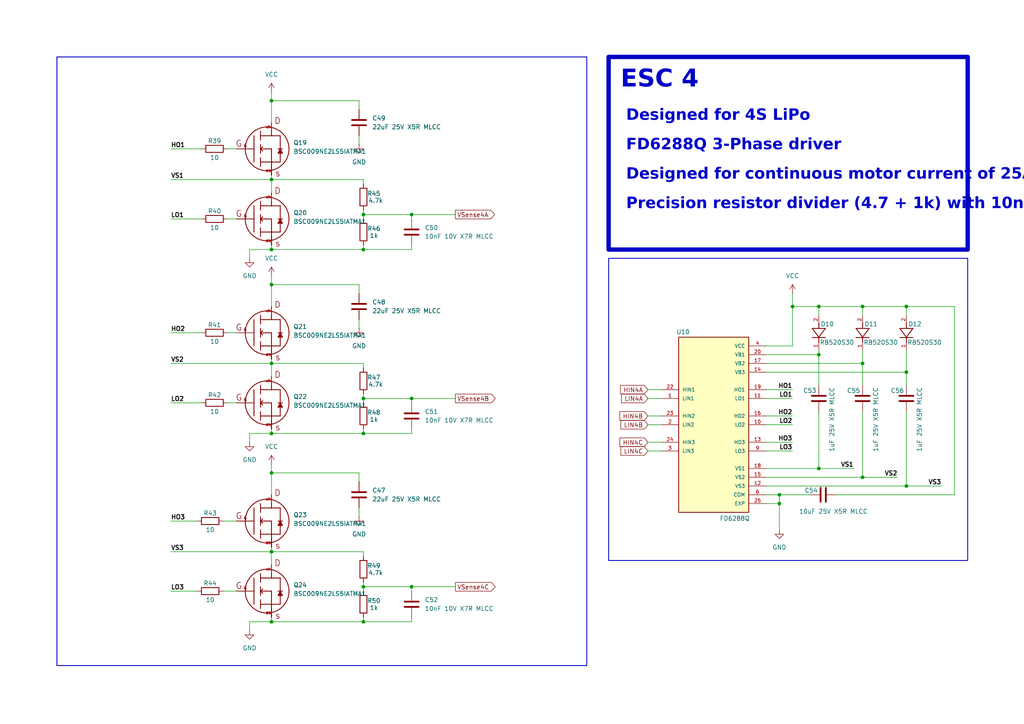
<source format=kicad_sch>
(kicad_sch (version 20250114) (generator "eeschema") (generator_version "9.0")
  (paper "A4")
  (lib_symbols
    (symbol "Device:C" (pin_numbers (hide yes)) (pin_names (offset 0.254))
      (property "Reference" "C" (at 0.635 2.54 0))
      (property "Value" "C" (at 0.635 -2.54 0))
      (symbol "C_0_1"
        (polyline (pts (xy -2.032 0.762) (xy 2.032 0.762)) (stroke (width 0.508)))
        (polyline (pts (xy -2.032 -0.762) (xy 2.032 -0.762)) (stroke (width 0.508)))
      )
      (symbol "C_1_1"
        (pin passive line (at 0 3.81 270) (length 2.794) (name "~") (number "1"))
        (pin passive line (at 0 -3.81 90) (length 2.794) (name "~") (number "2"))
      )
    )
    (symbol "Device:R" (pin_numbers (hide yes)) (pin_names (offset 0))
      (property "Reference" "R" (at 2.032 0 90))
      (property "Value" "R" (at 0 0 90))
      (symbol "R_0_1"
        (rectangle (start -1.016 -2.54) (end 1.016 2.54) (stroke (width 0.254)))
      )
      (symbol "R_1_1"
        (pin passive line (at 0 3.81 270) (length 1.27) (name "~") (number "1"))
        (pin passive line (at 0 -3.81 90) (length 1.27) (name "~") (number "2"))
      )
    )
    (symbol "Drone_components:BSC009NE2LS5IATMA1" (pin_names (offset 1.016))
      (property "Reference" "Q" (at -8.4364 10.4402 0))
      (property "Value" "BSC009NE2LS5IATMA1" (at -8.1775 -13.4343 0))
      (symbol "BSC009NE2LS5IATMA1_0_0"
        (polyline (pts (xy -2.54 3.81) (xy -2.54 -3.81)) (stroke (width 0.254)))
        (polyline (pts (xy -0.635 5.08) (xy -0.635 3.81)) (stroke (width 0.254)))
        (polyline (pts (xy -0.635 3.81) (xy -0.635 2.54)) (stroke (width 0.254)))
        (polyline (pts (xy -0.635 3.81) (xy 2.54 3.81)) (stroke (width 0.254)))
        (polyline (pts (xy -0.635 1.27) (xy -0.635 0)) (stroke (width 0.254)))
        (polyline (pts (xy -0.635 0) (xy -0.635 -1.27)) (stroke (width 0.254)))
        (polyline (pts (xy -0.635 0) (xy 0 0.635)) (stroke (width 0.254)))
        (polyline (pts (xy -0.635 0) (xy 0 -0.635)) (stroke (width 0.254)))
        (polyline (pts (xy -0.635 0) (xy 2.54 0)) (stroke (width 0.254)))
        (polyline (pts (xy -0.635 -2.54) (xy -0.635 -5.08)) (stroke (width 0.254)))
        (polyline (pts (xy -0.635 -3.81) (xy 5.08 -3.81)) (stroke (width 0.254)))
        (circle (center 1.27 0) (radius 6.35) (stroke (width 0.254)))
        (polyline (pts (xy 2.54 3.81) (xy 2.54 5.08)) (stroke (width 0.254)))
        (polyline (pts (xy 2.54 3.81) (xy 5.08 3.81)) (stroke (width 0.254)))
        (polyline (pts (xy 2.54 0) (xy 2.54 -5.08)) (stroke (width 0.254)))
        (polyline (pts (xy 4.445 0) (xy 5.08 0)) (stroke (width 0.254)))
        (polyline (pts (xy 4.445 -1.27) (xy 5.08 -1.27)) (stroke (width 0.254)))
        (polyline (pts (xy 4.628 -1.078) (xy 4.785 -0.921)) (stroke (width 0.254)))
        (polyline (pts (xy 4.785 -0.921) (xy 4.881 -0.921)) (stroke (width 0.254)))
        (polyline (pts (xy 4.866 -1.078) (xy 4.628 -1.078)) (stroke (width 0.254)))
        (polyline (pts (xy 4.894 -1.106) (xy 4.866 -1.078)) (stroke (width 0.254)))
        (polyline (pts (xy 4.908 -0.553) (xy 4.908 -1.092)) (stroke (width 0.254)))
        (polyline (pts (xy 4.908 -1.092) (xy 4.894 -1.106)) (stroke (width 0.254)))
        (polyline (pts (xy 4.976 -0.621) (xy 4.908 -0.553)) (stroke (width 0.254)))
        (polyline (pts (xy 5.08 3.81) (xy 5.08 0)) (stroke (width 0.254)))
        (polyline (pts (xy 5.08 0) (xy 4.445 -1.27)) (stroke (width 0.254)))
        (polyline (pts (xy 5.08 0) (xy 5.715 0)) (stroke (width 0.254)))
        (polyline (pts (xy 5.08 -1.27) (xy 5.715 -1.27)) (stroke (width 0.254)))
        (polyline (pts (xy 5.08 -3.81) (xy 5.08 -1.27)) (stroke (width 0.254)))
        (polyline (pts (xy 5.086 -0.328) (xy 5.086 -1.12)) (stroke (width 0.254)))
        (polyline (pts (xy 5.086 -1.12) (xy 5.099 -1.133)) (stroke (width 0.254)))
        (polyline (pts (xy 5.099 -1.133) (xy 5.502 -1.133)) (stroke (width 0.254)))
        (polyline (pts (xy 5.215 -0.628) (xy 5.222 -0.621)) (stroke (width 0.254)))
        (polyline (pts (xy 5.215 -0.819) (xy 5.215 -0.628)) (stroke (width 0.254)))
        (polyline (pts (xy 5.222 -0.621) (xy 4.976 -0.621)) (stroke (width 0.254)))
        (polyline (pts (xy 5.502 -1.106) (xy 5.215 -0.819)) (stroke (width 0.254)))
        (polyline (pts (xy 5.502 -1.133) (xy 5.502 -1.106)) (stroke (width 0.254)))
        (polyline (pts (xy 5.715 -1.27) (xy 5.08 0)) (stroke (width 0.254)))
        (text "G" (at -7.8948 0.5093 0) (effects (font (size 1.7827 1.7827)) (justify left bottom)))
        (text "D" (at 3.3087 7.1265 0) (effects (font (size 1.7816 1.7816)) (justify left bottom)))
        (text "s" (at 3.559 -8.1349 0) (effects (font (size 1.7795 1.7795)) (justify left bottom)))
        (pin passive line (at -7.62 0 0) (length 5.08) (name "~") (number "4"))
        (pin passive line (at 2.54 7.62 270) (length 2.54) (name "~") (number "5"))
        (pin passive line (at 2.54 -7.62 90) (length 2.54) (name "~") (number "1"))
        (pin passive line (at 2.54 -7.62 90) (length 2.54) (name "~") (number "2"))
        (pin passive line (at 2.54 -7.62 90) (length 2.54) (name "~") (number "3"))
      )
    )
    (symbol "Drone_components:FD6288Q" (pin_names (offset 1.016))
      (property "Reference" "U" (at -10.16 26.035 0))
      (property "Value" "FD6288Q" (at -10.16 -27.94 0))
      (symbol "FD6288Q_0_0"
        (rectangle (start -10.16 -25.4) (end 10.16 25.4) (stroke (width 0.254)) (fill (type background)))
        (pin input line (at -15.24 10.16 0) (length 5.08) (name "HIN1") (number "22"))
        (pin input line (at -15.24 7.62 0) (length 5.08) (name "LIN1") (number "1"))
        (pin input line (at -15.24 2.54 0) (length 5.08) (name "HIN2") (number "23"))
        (pin input line (at -15.24 0 0) (length 5.08) (name "LIN2") (number "2"))
        (pin input line (at -15.24 -5.08 0) (length 5.08) (name "HIN3") (number "24"))
        (pin input line (at -15.24 -7.62 0) (length 5.08) (name "LIN3") (number "3"))
        (pin power_in line (at 15.24 22.86 180) (length 5.08) (name "VCC") (number "4"))
        (pin power_in line (at 15.24 20.32 180) (length 5.08) (name "VB1") (number "20"))
        (pin power_in line (at 15.24 17.78 180) (length 5.08) (name "VB2") (number "17"))
        (pin power_in line (at 15.24 15.24 180) (length 5.08) (name "VB3") (number "14"))
        (pin output line (at 15.24 10.16 180) (length 5.08) (name "HO1") (number "19"))
        (pin output line (at 15.24 7.62 180) (length 5.08) (name "LO1") (number "11"))
        (pin output line (at 15.24 2.54 180) (length 5.08) (name "HO2") (number "16"))
        (pin output line (at 15.24 0 180) (length 5.08) (name "LO2") (number "10"))
        (pin output line (at 15.24 -5.08 180) (length 5.08) (name "HO3") (number "13"))
        (pin output line (at 15.24 -7.62 180) (length 5.08) (name "LO3") (number "9"))
        (pin power_in line (at 15.24 -12.7 180) (length 5.08) (name "VS1") (number "18"))
        (pin power_in line (at 15.24 -15.24 180) (length 5.08) (name "VS2") (number "15"))
        (pin power_in line (at 15.24 -17.78 180) (length 5.08) (name "VS3") (number "12"))
        (pin power_in line (at 15.24 -20.32 180) (length 5.08) (name "COM") (number "6"))
        (pin power_in line (at 15.24 -22.86 180) (length 5.08) (name "EXP") (number "25"))
      )
    )
    (symbol "Drone_components:RB520S30" (pin_names (offset 1.016))
      (property "Reference" "D" (at -2.541 2.541 0))
      (property "Value" "RB520S30" (at -2.544 -5.0881 0))
      (symbol "RB520S30_0_0"
        (polyline (pts (xy -1.397 0) (xy -2.794 0)) (stroke (width 0.254)))
        (polyline (pts (xy -1.397 -1.905) (xy -1.397 1.905)) (stroke (width 0.254)))
        (polyline (pts (xy -1.27 0) (xy 1.27 -1.905)) (stroke (width 0.254)))
        (polyline (pts (xy 1.27 1.905) (xy -1.27 0)) (stroke (width 0.254)))
        (polyline (pts (xy 1.27 -1.905) (xy 1.27 1.905)) (stroke (width 0.254)))
        (polyline (pts (xy 1.397 0) (xy 2.794 0)) (stroke (width 0.254)))
        (pin passive line (at -5.08 0 0) (length 2.54) (name "~") (number "1"))
        (pin passive line (at 5.08 0 180) (length 2.54) (name "~") (number "2"))
      )
    )
    (symbol "power:GND" (power) (pin_numbers (hide yes)) (pin_names (offset 0) (hide yes))
      (property "Value" "GND" (at 0 -3.81 0))
      (symbol "GND_0_1"
        (polyline (pts (xy 0 0) (xy 0 -1.27) (xy 1.27 -1.27) (xy 0 -2.54) (xy -1.27 -1.27) (xy 0 -1.27)))
      )
      (symbol "GND_1_1"
        (pin power_in line (at 0 0 270) (length 0) (name "~") (number "1"))
      )
    )
    (symbol "power:VCC" (power) (pin_numbers (hide yes)) (pin_names (offset 0) (hide yes))
      (property "Value" "VCC" (at 0 3.556 0))
      (symbol "VCC_0_1"
        (polyline (pts (xy -0.762 1.27) (xy 0 2.54)))
        (polyline (pts (xy 0 2.54) (xy 0.762 1.27)))
        (polyline (pts (xy 0 0) (xy 0 2.54)))
      )
      (symbol "VCC_1_1"
        (pin power_in line (at 0 0 90) (length 0) (name "~") (number "1"))
      )
    )
  )
  (rectangle (start 16.51 16.51) (end 170.18 193.04) (stroke (width 0.254)))
  (rectangle (start 176.53 16.51) (end 280.67 72.39) (stroke (width 1.27)))
  (rectangle (start 176.53 74.93) (end 280.67 162.56) (stroke (width 0.254)))
  (text_box "ESC 4\n_{ Designed for 4S LiPo}\n_{ FD6288Q 3-Phase driver}\n_{ Designed for continuous motor current of 25A ( 30A max )}\n_{ Precision resistor divider (4.7 + 1k) with 10nF filter}" (at 179.07 19.05 0) (size 95.25 48.26) (margins 0.9525 0.9525 0.9525 0.9525) (stroke (width -0.0001)) (effects (font (size 5.08 5.08) (bold yes)) (justify left top)))
  (junction (at 237.49 88.9))
  (junction (at 78.74 82.55))
  (junction (at 105.41 62.23))
  (junction (at 105.41 170.18))
  (junction (at 105.41 115.57))
  (junction (at 262.89 107.95))
  (junction (at 226.06 146.05))
  (junction (at 105.41 125.73))
  (junction (at 119.38 170.18))
  (junction (at 250.19 88.9))
  (junction (at 78.74 29.21))
  (junction (at 105.41 72.39))
  (junction (at 119.38 115.57))
  (junction (at 105.41 180.34))
  (junction (at 78.74 160.02))
  (junction (at 78.74 105.41))
  (junction (at 78.74 125.73))
  (junction (at 78.74 180.34))
  (junction (at 119.38 62.23))
  (junction (at 229.87 88.9))
  (junction (at 262.89 88.9))
  (junction (at 78.74 137.16))
  (junction (at 250.19 138.43))
  (junction (at 237.49 102.87))
  (junction (at 78.74 52.07))
  (junction (at 262.89 140.97))
  (junction (at 78.74 72.39))
  (junction (at 250.19 105.41))
  (junction (at 237.49 135.89))
  (junction (at 226.06 143.51))
  (wire (pts (xy 119.38 63.5) (xy 119.38 62.23)))
  (wire (pts (xy 222.25 128.27) (xy 229.87 128.27)))
  (wire (pts (xy 78.74 124.46) (xy 78.74 125.73)))
  (wire (pts (xy 66.04 43.18) (xy 68.58 43.18)))
  (wire (pts (xy 105.41 115.57) (xy 119.38 115.57)))
  (wire (pts (xy 119.38 62.23) (xy 132.08 62.23)))
  (wire (pts (xy 229.87 85.09) (xy 229.87 88.9)))
  (wire (pts (xy 72.39 180.34) (xy 78.74 180.34)))
  (wire (pts (xy 104.14 31.75) (xy 104.14 29.21)))
  (wire (pts (xy 226.06 143.51) (xy 226.06 146.05)))
  (wire (pts (xy 222.25 135.89) (xy 237.49 135.89)))
  (wire (pts (xy 262.89 107.95) (xy 262.89 101.6)))
  (wire (pts (xy 49.53 160.02) (xy 78.74 160.02)))
  (wire (pts (xy 78.74 52.07) (xy 78.74 55.88)))
  (wire (pts (xy 250.19 138.43) (xy 260.35 138.43)))
  (wire (pts (xy 119.38 71.12) (xy 119.38 72.39)))
  (wire (pts (xy 262.89 119.38) (xy 262.89 140.97)))
  (wire (pts (xy 64.77 151.13) (xy 68.58 151.13)))
  (wire (pts (xy 104.14 147.32) (xy 104.14 149.86)))
  (wire (pts (xy 222.25 107.95) (xy 262.89 107.95)))
  (wire (pts (xy 276.86 143.51) (xy 242.57 143.51)))
  (wire (pts (xy 66.04 96.52) (xy 68.58 96.52)))
  (wire (pts (xy 78.74 26.67) (xy 78.74 29.21)))
  (wire (pts (xy 49.53 96.52) (xy 58.42 96.52)))
  (wire (pts (xy 105.41 60.96) (xy 105.41 62.23)))
  (wire (pts (xy 72.39 125.73) (xy 78.74 125.73)))
  (wire (pts (xy 262.89 88.9) (xy 250.19 88.9)))
  (wire (pts (xy 187.96 120.65) (xy 191.77 120.65)))
  (wire (pts (xy 222.25 130.81) (xy 229.87 130.81)))
  (wire (pts (xy 49.53 105.41) (xy 78.74 105.41)))
  (wire (pts (xy 78.74 50.8) (xy 78.74 52.07)))
  (wire (pts (xy 250.19 88.9) (xy 237.49 88.9)))
  (wire (pts (xy 119.38 180.34) (xy 105.41 180.34)))
  (wire (pts (xy 222.25 102.87) (xy 237.49 102.87)))
  (wire (pts (xy 72.39 128.27) (xy 72.39 125.73)))
  (wire (pts (xy 105.41 105.41) (xy 105.41 106.68)))
  (wire (pts (xy 250.19 105.41) (xy 250.19 101.6)))
  (wire (pts (xy 78.74 80.01) (xy 78.74 82.55)))
  (wire (pts (xy 237.49 135.89) (xy 247.65 135.89)))
  (wire (pts (xy 78.74 105.41) (xy 78.74 109.22)))
  (wire (pts (xy 105.41 160.02) (xy 105.41 161.29)))
  (wire (pts (xy 187.96 128.27) (xy 191.77 128.27)))
  (wire (pts (xy 78.74 158.75) (xy 78.74 160.02)))
  (wire (pts (xy 72.39 74.93) (xy 72.39 72.39)))
  (wire (pts (xy 276.86 88.9) (xy 276.86 143.51)))
  (wire (pts (xy 222.25 105.41) (xy 250.19 105.41)))
  (wire (pts (xy 222.25 115.57) (xy 229.87 115.57)))
  (wire (pts (xy 222.25 113.03) (xy 229.87 113.03)))
  (wire (pts (xy 78.74 29.21) (xy 104.14 29.21)))
  (wire (pts (xy 78.74 125.73) (xy 105.41 125.73)))
  (wire (pts (xy 49.53 151.13) (xy 57.15 151.13)))
  (wire (pts (xy 187.96 113.03) (xy 191.77 113.03)))
  (wire (pts (xy 234.95 143.51) (xy 226.06 143.51)))
  (wire (pts (xy 250.19 91.44) (xy 250.19 88.9)))
  (wire (pts (xy 78.74 52.07) (xy 105.41 52.07)))
  (wire (pts (xy 105.41 62.23) (xy 105.41 63.5)))
  (wire (pts (xy 119.38 171.45) (xy 119.38 170.18)))
  (wire (pts (xy 78.74 82.55) (xy 78.74 88.9)))
  (wire (pts (xy 104.14 85.09) (xy 104.14 82.55)))
  (wire (pts (xy 250.19 138.43) (xy 222.25 138.43)))
  (wire (pts (xy 119.38 115.57) (xy 132.08 115.57)))
  (wire (pts (xy 78.74 179.07) (xy 78.74 180.34)))
  (wire (pts (xy 49.53 43.18) (xy 58.42 43.18)))
  (wire (pts (xy 119.38 179.07) (xy 119.38 180.34)))
  (wire (pts (xy 66.04 116.84) (xy 68.58 116.84)))
  (wire (pts (xy 49.53 116.84) (xy 58.42 116.84)))
  (wire (pts (xy 105.41 115.57) (xy 105.41 116.84)))
  (wire (pts (xy 226.06 146.05) (xy 222.25 146.05)))
  (wire (pts (xy 250.19 119.38) (xy 250.19 138.43)))
  (wire (pts (xy 105.41 170.18) (xy 119.38 170.18)))
  (wire (pts (xy 49.53 52.07) (xy 78.74 52.07)))
  (wire (pts (xy 72.39 182.88) (xy 72.39 180.34)))
  (wire (pts (xy 78.74 72.39) (xy 105.41 72.39)))
  (wire (pts (xy 119.38 170.18) (xy 132.08 170.18)))
  (wire (pts (xy 49.53 63.5) (xy 58.42 63.5)))
  (wire (pts (xy 237.49 91.44) (xy 237.49 88.9)))
  (wire (pts (xy 104.14 139.7) (xy 104.14 137.16)))
  (wire (pts (xy 262.89 140.97) (xy 222.25 140.97)))
  (wire (pts (xy 262.89 88.9) (xy 276.86 88.9)))
  (wire (pts (xy 187.96 130.81) (xy 191.77 130.81)))
  (wire (pts (xy 78.74 137.16) (xy 104.14 137.16)))
  (wire (pts (xy 105.41 179.07) (xy 105.41 180.34)))
  (wire (pts (xy 237.49 102.87) (xy 237.49 111.76)))
  (wire (pts (xy 105.41 168.91) (xy 105.41 170.18)))
  (wire (pts (xy 78.74 29.21) (xy 78.74 35.56)))
  (wire (pts (xy 262.89 107.95) (xy 262.89 111.76)))
  (wire (pts (xy 78.74 160.02) (xy 105.41 160.02)))
  (wire (pts (xy 262.89 140.97) (xy 273.05 140.97)))
  (wire (pts (xy 119.38 72.39) (xy 105.41 72.39)))
  (wire (pts (xy 222.25 100.33) (xy 229.87 100.33)))
  (wire (pts (xy 226.06 143.51) (xy 222.25 143.51)))
  (wire (pts (xy 49.53 171.45) (xy 57.15 171.45)))
  (wire (pts (xy 104.14 39.37) (xy 104.14 41.91)))
  (wire (pts (xy 78.74 71.12) (xy 78.74 72.39)))
  (wire (pts (xy 226.06 153.67) (xy 226.06 146.05)))
  (wire (pts (xy 119.38 125.73) (xy 105.41 125.73)))
  (wire (pts (xy 78.74 105.41) (xy 105.41 105.41)))
  (wire (pts (xy 78.74 134.62) (xy 78.74 137.16)))
  (wire (pts (xy 105.41 114.3) (xy 105.41 115.57)))
  (wire (pts (xy 78.74 180.34) (xy 105.41 180.34)))
  (wire (pts (xy 187.96 115.57) (xy 191.77 115.57)))
  (wire (pts (xy 229.87 88.9) (xy 229.87 100.33)))
  (wire (pts (xy 72.39 72.39) (xy 78.74 72.39)))
  (wire (pts (xy 105.41 71.12) (xy 105.41 72.39)))
  (wire (pts (xy 237.49 101.6) (xy 237.49 102.87)))
  (wire (pts (xy 119.38 116.84) (xy 119.38 115.57)))
  (wire (pts (xy 78.74 104.14) (xy 78.74 105.41)))
  (wire (pts (xy 66.04 63.5) (xy 68.58 63.5)))
  (wire (pts (xy 64.77 171.45) (xy 68.58 171.45)))
  (wire (pts (xy 104.14 92.71) (xy 104.14 95.25)))
  (wire (pts (xy 78.74 160.02) (xy 78.74 163.83)))
  (wire (pts (xy 105.41 170.18) (xy 105.41 171.45)))
  (wire (pts (xy 262.89 91.44) (xy 262.89 88.9)))
  (wire (pts (xy 105.41 52.07) (xy 105.41 53.34)))
  (wire (pts (xy 105.41 124.46) (xy 105.41 125.73)))
  (wire (pts (xy 222.25 123.19) (xy 229.87 123.19)))
  (wire (pts (xy 78.74 137.16) (xy 78.74 143.51)))
  (wire (pts (xy 105.41 62.23) (xy 119.38 62.23)))
  (wire (pts (xy 237.49 135.89) (xy 237.49 119.38)))
  (wire (pts (xy 78.74 82.55) (xy 104.14 82.55)))
  (wire (pts (xy 229.87 88.9) (xy 237.49 88.9)))
  (wire (pts (xy 250.19 105.41) (xy 250.19 111.76)))
  (wire (pts (xy 119.38 124.46) (xy 119.38 125.73)))
  (wire (pts (xy 222.25 120.65) (xy 229.87 120.65)))
  (wire (pts (xy 187.96 123.19) (xy 191.77 123.19)))
  (label "LO2" (at 49.53 116.84 0) (effects (font (thickness 0.254) (bold yes))))
  (label "VS2" (at 49.53 105.41 0) (effects (font (thickness 0.254) (bold yes))))
  (label "VS2" (at 260.35 138.43 180) (effects (font (thickness 0.254) (bold yes))))
  (label "HO2" (at 49.53 96.52 0) (effects (font (thickness 0.254) (bold yes))))
  (label "LO1" (at 49.53 63.5 0) (effects (font (thickness 0.254) (bold yes))))
  (label "HO2" (at 229.87 120.65 180) (effects (font (thickness 0.254) (bold yes))))
  (label "HO3" (at 49.53 151.13 0) (effects (font (thickness 0.254) (bold yes))))
  (label "LO1" (at 229.87 115.57 180) (effects (font (thickness 0.254) (bold yes))))
  (label "HO3" (at 229.87 128.27 180) (effects (font (thickness 0.254) (bold yes))))
  (label "LO2" (at 229.87 123.19 180) (effects (font (thickness 0.254) (bold yes))))
  (label "VS3" (at 273.05 140.97 180) (effects (font (thickness 0.254) (bold yes))))
  (label "VS1" (at 247.65 135.89 180) (effects (font (thickness 0.254) (bold yes))))
  (label "HO1" (at 49.53 43.18 0) (effects (font (thickness 0.254) (bold yes))))
  (label "VS3" (at 49.53 160.02 0) (effects (font (thickness 0.254) (bold yes))))
  (label "LO3" (at 49.53 171.45 0) (effects (font (thickness 0.254) (bold yes))))
  (label "HO1" (at 229.87 113.03 180) (effects (font (thickness 0.254) (bold yes))))
  (label "VS1" (at 49.53 52.07 0) (effects (font (thickness 0.254) (bold yes))))
  (label "LO3" (at 229.87 130.81 180) (effects (font (thickness 0.254) (bold yes))))
  (global_label "LIN4A" (shape input) (at 187.96 115.57 180) (property "Intersheetrefs" "${INTERSHEET_REFS}" (effects (hide yes))))
  (global_label "HIN4B" (shape input) (at 187.96 120.65 180) (property "Intersheetrefs" "${INTERSHEET_REFS}" (effects (hide yes))))
  (global_label "HIN4C" (shape input) (at 187.96 128.27 180) (property "Intersheetrefs" "${INTERSHEET_REFS}" (effects (hide yes))))
  (global_label "LIN4B" (shape input) (at 187.96 123.19 180) (property "Intersheetrefs" "${INTERSHEET_REFS}" (effects (hide yes))))
  (global_label "VSense4A" (shape output) (at 132.08 62.23 0) (property "Intersheetrefs" "${INTERSHEET_REFS}" (effects (hide yes))))
  (global_label "VSense4C" (shape output) (at 132.08 170.18 0) (property "Intersheetrefs" "${INTERSHEET_REFS}" (effects (hide yes))))
  (global_label "VSense4B" (shape output) (at 132.08 115.57 0) (property "Intersheetrefs" "${INTERSHEET_REFS}" (effects (hide yes))))
  (global_label "HIN4A" (shape input) (at 187.96 113.03 180) (property "Intersheetrefs" "${INTERSHEET_REFS}" (effects (hide yes))))
  (global_label "LIN4C" (shape input) (at 187.96 130.81 180) (property "Intersheetrefs" "${INTERSHEET_REFS}" (effects (hide yes))))
  (symbol (lib_id "power:GND") (at 72.39 182.88 0) (unit 1)
    (property "Reference" "#PWR067" (effects (hide yes)))
    (property "Value" "GND" (at 72.39 187.96 0))
    (property "Description" "Power symbol creates a global label with name \"GND\" , ground" (effects (hide yes)))
  )
  (symbol (lib_id "Drone_components:RB520S30") (at 250.19 96.52 90) (unit 1)
    (property "Reference" "D11" (at 250.698 93.98 90) (effects (justify right)))
    (property "Value" "RB520S30" (at 250.444 99.314 90) (effects (justify right)))
    (property "Footprint" "Drone_components:RB520S30" (effects (hide yes)))
    (property "MANUFACTURER" "Fairchild Semiconductor" (effects (hide yes)))
    (property "JLCPCB part" "C8522" (effects (hide yes)))
  )
  (symbol (lib_id "Device:C") (at 237.49 115.57 0) (unit 1)
    (property "Reference" "C53" (at 232.918 113.284 0) (effects (justify left)))
    (property "Value" "1uF 25V X5R MLCC" (at 241.3 131.064 90) (effects (justify left)))
    (property "Footprint" "Capacitor_SMD:C_0402_1005Metric" (effects (hide yes)))
    (property "Datasheet" "https://lcsc.com/datasheet/lcsc_datasheet_2304140030_Samsung-Electro-Mechanics-CL32B226KAJNNNE_C309062.pdf" (effects (hide yes)))
    (property "Description" "Unpolarized capacitor" (effects (hide yes)))
    (property "JLCPCB part" "C52923 " (effects (hide yes)))
  )
  (symbol (lib_id "Device:R") (at 60.96 151.13 90) (unit 1)
    (property "Reference" "R43" (at 60.96 148.844 90))
    (property "Value" "10" (at 60.96 153.67 90))
    (property "Footprint" "Resistor_SMD:R_0201_0603Metric" (effects (hide yes)))
    (property "Description" "Resistor" (effects (hide yes)))
    (property "JLCPCB part" "C105889" (effects (hide yes)))
  )
  (symbol (lib_id "Device:R") (at 105.41 110.49 180) (unit 1)
    (property "Reference" "R47" (at 108.458 109.474 0))
    (property "Value" "4.7k" (at 108.966 111.506 0))
    (property "Footprint" "Resistor_SMD:R_0402_1005Metric" (effects (hide yes)))
    (property "Description" "Resistor" (effects (hide yes)))
    (property "JLCPCB part" "C25900" (effects (hide yes)))
  )
  (symbol (lib_id "Drone_components:BSC009NE2LS5IATMA1") (at 76.2 63.5 0) (unit 1)
    (property "Reference" "Q20" (at 85.09 61.7171 0) (effects (justify left)))
    (property "Value" "BSC009NE2LS5IATMA1" (at 85.09 64.2571 0) (effects (justify left)))
    (property "Footprint" "Drone_components:BSC093N04LSGATMA1" (effects (hide yes)))
    (property "Description" "MOSFET N-CH 25V 40A 8TDSON IND" (effects (hide yes)))
    (property "MF" "Infineon Technologies" (effects (hide yes)))
    (property "PACKAGE" "PowerTDFN-8 Infineon" (effects (hide yes)))
    (property "PRICE" "1.32 USD" (effects (hide yes)))
    (property "MP" "BSC009NE2LS5IATMA1" (effects (hide yes)))
    (property "AVAILABILITY" "Good" (effects (hide yes)))
    (property "JLCPCB part" "C122543" (effects (hide yes)))
  )
  (symbol (lib_id "power:GND") (at 72.39 128.27 0) (unit 1)
    (property "Reference" "#PWR066" (effects (hide yes)))
    (property "Value" "GND" (at 72.39 133.35 0))
    (property "Description" "Power symbol creates a global label with name \"GND\" , ground" (effects (hide yes)))
  )
  (symbol (lib_id "Device:R") (at 62.23 116.84 90) (unit 1)
    (property "Reference" "R42" (at 62.23 114.554 90))
    (property "Value" "10" (at 62.23 119.38 90))
    (property "Footprint" "Resistor_SMD:R_0201_0603Metric" (effects (hide yes)))
    (property "Description" "Resistor" (effects (hide yes)))
    (property "JLCPCB part" "C105889" (effects (hide yes)))
  )
  (symbol (lib_id "Device:C") (at 104.14 143.51 0) (unit 1)
    (property "Reference" "C47" (at 107.95 142.2399 0) (effects (justify left)))
    (property "Value" "22uF 25V X5R MLCC" (at 107.95 144.7799 0) (effects (justify left)))
    (property "Footprint" "Capacitor_SMD:C_0805_2012Metric" (effects (hide yes)))
    (property "Description" "Unpolarized capacitor" (effects (hide yes)))
    (property "JLCPCB part" "C45783" (effects (hide yes)))
  )
  (symbol (lib_id "power:VCC") (at 229.87 85.09 0) (unit 1)
    (property "Reference" "#PWR075" (effects (hide yes)))
    (property "Value" "VCC" (at 229.87 80.01 0))
    (property "Description" "Power symbol creates a global label with name \"VCC\"" (effects (hide yes)))
  )
  (symbol (lib_id "Drone_components:BSC009NE2LS5IATMA1") (at 76.2 171.45 0) (unit 1)
    (property "Reference" "Q24" (at 85.09 169.6671 0) (effects (justify left)))
    (property "Value" "BSC009NE2LS5IATMA1" (at 85.09 172.2071 0) (effects (justify left)))
    (property "Footprint" "Drone_components:BSC093N04LSGATMA1" (effects (hide yes)))
    (property "Description" "MOSFET N-CH 25V 40A 8TDSON IND" (effects (hide yes)))
    (property "MF" "Infineon Technologies" (effects (hide yes)))
    (property "PACKAGE" "PowerTDFN-8 Infineon" (effects (hide yes)))
    (property "PRICE" "1.32 USD" (effects (hide yes)))
    (property "MP" "BSC009NE2LS5IATMA1" (effects (hide yes)))
    (property "AVAILABILITY" "Good" (effects (hide yes)))
    (property "JLCPCB part" "C122543" (effects (hide yes)))
  )
  (symbol (lib_id "power:VCC") (at 78.74 134.62 0) (unit 1)
    (property "Reference" "#PWR070" (effects (hide yes)))
    (property "Value" "VCC" (at 78.74 129.54 0))
    (property "Description" "Power symbol creates a global label with name \"VCC\"" (effects (hide yes)))
  )
  (symbol (lib_id "Device:C") (at 250.19 115.57 0) (unit 1)
    (property "Reference" "C55" (at 245.618 113.284 0) (effects (justify left)))
    (property "Value" "1uF 25V X5R MLCC" (at 254 131.064 90) (effects (justify left)))
    (property "Footprint" "Capacitor_SMD:C_0402_1005Metric" (effects (hide yes)))
    (property "Datasheet" "https://lcsc.com/datasheet/lcsc_datasheet_2304140030_Samsung-Electro-Mechanics-CL32B226KAJNNNE_C309062.pdf" (effects (hide yes)))
    (property "Description" "Unpolarized capacitor" (effects (hide yes)))
    (property "JLCPCB part" "C52923 " (effects (hide yes)))
  )
  (symbol (lib_id "Device:R") (at 105.41 165.1 180) (unit 1)
    (property "Reference" "R49" (at 108.458 164.084 0))
    (property "Value" "4.7k" (at 108.966 166.116 0))
    (property "Footprint" "Resistor_SMD:R_0402_1005Metric" (effects (hide yes)))
    (property "Description" "Resistor" (effects (hide yes)))
    (property "JLCPCB part" "C25900" (effects (hide yes)))
  )
  (symbol (lib_id "Drone_components:BSC009NE2LS5IATMA1") (at 76.2 151.13 0) (unit 1)
    (property "Reference" "Q23" (at 85.09 149.3471 0) (effects (justify left)))
    (property "Value" "BSC009NE2LS5IATMA1" (at 85.09 151.8871 0) (effects (justify left)))
    (property "Footprint" "Drone_components:BSC093N04LSGATMA1" (effects (hide yes)))
    (property "Description" "MOSFET N-CH 25V 40A 8TDSON IND" (effects (hide yes)))
    (property "MF" "Infineon Technologies" (effects (hide yes)))
    (property "PACKAGE" "PowerTDFN-8 Infineon" (effects (hide yes)))
    (property "PRICE" "1.32 USD" (effects (hide yes)))
    (property "MP" "BSC009NE2LS5IATMA1" (effects (hide yes)))
    (property "AVAILABILITY" "Good" (effects (hide yes)))
    (property "JLCPCB part" "C122543" (effects (hide yes)))
  )
  (symbol (lib_id "Drone_components:BSC009NE2LS5IATMA1") (at 76.2 43.18 0) (unit 1)
    (property "Reference" "Q19" (at 85.09 41.3971 0) (effects (justify left)))
    (property "Value" "BSC009NE2LS5IATMA1" (at 85.09 43.9371 0) (effects (justify left)))
    (property "Footprint" "Drone_components:BSC093N04LSGATMA1" (effects (hide yes)))
    (property "Description" "MOSFET N-CH 25V 40A 8TDSON IND" (effects (hide yes)))
    (property "MF" "Infineon Technologies" (effects (hide yes)))
    (property "PACKAGE" "PowerTDFN-8 Infineon" (effects (hide yes)))
    (property "PRICE" "1.32 USD" (effects (hide yes)))
    (property "MP" "BSC009NE2LS5IATMA1" (effects (hide yes)))
    (property "AVAILABILITY" "Good" (effects (hide yes)))
    (property "JLCPCB part" "C122543" (effects (hide yes)))
  )
  (symbol (lib_id "Device:R") (at 105.41 120.65 180) (unit 1)
    (property "Reference" "R48" (at 108.458 119.634 0))
    (property "Value" "1k" (at 108.458 121.666 0))
    (property "Footprint" "Resistor_SMD:R_0402_1005Metric" (effects (hide yes)))
    (property "Description" "Resistor" (effects (hide yes)))
    (property "JLCPCB part" "C11702" (effects (hide yes)))
  )
  (symbol (lib_id "Drone_components:RB520S30") (at 262.89 96.52 90) (unit 1)
    (property "Reference" "D12" (at 263.398 93.98 90) (effects (justify right)))
    (property "Value" "RB520S30" (at 263.144 99.314 90) (effects (justify right)))
    (property "Footprint" "Drone_components:RB520S30" (effects (hide yes)))
    (property "MANUFACTURER" "Fairchild Semiconductor" (effects (hide yes)))
    (property "JLCPCB part" "C8522" (effects (hide yes)))
  )
  (symbol (lib_id "power:VCC") (at 78.74 80.01 0) (unit 1)
    (property "Reference" "#PWR069" (effects (hide yes)))
    (property "Value" "VCC" (at 78.74 74.93 0))
    (property "Description" "Power symbol creates a global label with name \"VCC\"" (effects (hide yes)))
  )
  (symbol (lib_id "power:VCC") (at 78.74 26.67 0) (unit 1)
    (property "Reference" "#PWR068" (effects (hide yes)))
    (property "Value" "VCC" (at 78.74 21.59 0))
    (property "Description" "Power symbol creates a global label with name \"VCC\"" (effects (hide yes)))
  )
  (symbol (lib_id "Device:R") (at 105.41 67.31 180) (unit 1)
    (property "Reference" "R46" (at 108.458 66.294 0))
    (property "Value" "1k" (at 108.458 68.326 0))
    (property "Footprint" "Resistor_SMD:R_0402_1005Metric" (effects (hide yes)))
    (property "Description" "Resistor" (effects (hide yes)))
    (property "JLCPCB part" "C11702" (effects (hide yes)))
  )
  (symbol (lib_id "power:GND") (at 226.06 153.67 0) (unit 1)
    (property "Reference" "#PWR074" (effects (hide yes)))
    (property "Value" "GND" (at 226.06 158.75 0))
    (property "Description" "Power symbol creates a global label with name \"GND\" , ground" (effects (hide yes)))
  )
  (symbol (lib_id "Device:C") (at 119.38 120.65 0) (unit 1)
    (property "Reference" "C51" (at 123.19 119.3799 0) (effects (justify left)))
    (property "Value" "10nF 10V X7R MLCC" (at 123.19 121.9199 0) (effects (justify left)))
    (property "Footprint" "Capacitor_SMD:C_0402_1005Metric" (effects (hide yes)))
    (property "Description" "Unpolarized capacitor" (effects (hide yes)))
    (property "JLCPCB part" "C15195" (effects (hide yes)))
  )
  (symbol (lib_id "power:GND") (at 104.14 41.91 0) (unit 1)
    (property "Reference" "#PWR071" (effects (hide yes)))
    (property "Value" "GND" (at 104.14 46.99 0))
    (property "Description" "Power symbol creates a global label with name \"GND\" , ground" (effects (hide yes)))
  )
  (symbol (lib_id "Drone_components:FD6288Q") (at 207.01 123.19 0) (unit 1)
    (property "Reference" "U10" (at 198.12 96.266 0))
    (property "Value" "FD6288Q" (at 213.106 150.368 0))
    (property "Footprint" "Drone_components:FD6288Q" (effects (hide yes)))
    (property "MF" "Fortior Tech" (effects (hide yes)))
    (property "Description_1" "MOS Drivers QFN-24" (effects (hide yes)))
    (property "Package" "Package" (effects (hide yes)))
    (property "Price" "None" (effects (hide yes)))
    (property "Check_prices" "https://www.snapeda.com/parts/FD6288Q/Fortior+Tech/view-part/?ref=eda" (effects (hide yes)))
    (property "STANDARD" "IPC-7351B" (effects (hide yes)))
    (property "SnapEDA_Link" "https://www.snapeda.com/parts/FD6288Q/Fortior+Tech/view-part/?ref=snap" (effects (hide yes)))
    (property "MP" "FD6288Q" (effects (hide yes)))
    (property "Availability" "Not in stock" (effects (hide yes)))
    (property "MANUFACTURER" "Fortior Tech" (effects (hide yes)))
    (property "JLCPCB part" "C328453" (effects (hide yes)))
  )
  (symbol (lib_id "Device:R") (at 60.96 171.45 90) (unit 1)
    (property "Reference" "R44" (at 60.96 169.164 90))
    (property "Value" "10" (at 60.96 173.99 90))
    (property "Footprint" "Resistor_SMD:R_0201_0603Metric" (effects (hide yes)))
    (property "Description" "Resistor" (effects (hide yes)))
    (property "JLCPCB part" "C105889" (effects (hide yes)))
  )
  (symbol (lib_id "Drone_components:RB520S30") (at 237.49 96.52 90) (unit 1)
    (property "Reference" "D10" (at 237.998 93.98 90) (effects (justify right)))
    (property "Value" "RB520S30" (at 237.744 99.314 90) (effects (justify right)))
    (property "Footprint" "Drone_components:RB520S30" (effects (hide yes)))
    (property "MANUFACTURER" "Fairchild Semiconductor" (effects (hide yes)))
    (property "JLCPCB part" "C8522" (effects (hide yes)))
  )
  (symbol (lib_id "Device:R") (at 62.23 96.52 90) (unit 1)
    (property "Reference" "R41" (at 62.23 94.234 90))
    (property "Value" "10" (at 62.23 99.06 90))
    (property "Footprint" "Resistor_SMD:R_0201_0603Metric" (effects (hide yes)))
    (property "Description" "Resistor" (effects (hide yes)))
    (property "JLCPCB part" "C105889" (effects (hide yes)))
  )
  (symbol (lib_id "Device:C") (at 104.14 35.56 0) (unit 1)
    (property "Reference" "C49" (at 107.95 34.2899 0) (effects (justify left)))
    (property "Value" "22uF 25V X5R MLCC" (at 107.95 36.8299 0) (effects (justify left)))
    (property "Footprint" "Capacitor_SMD:C_0805_2012Metric" (effects (hide yes)))
    (property "Description" "Unpolarized capacitor" (effects (hide yes)))
    (property "JLCPCB part" "C45783" (effects (hide yes)))
  )
  (symbol (lib_id "Device:C") (at 119.38 175.26 0) (unit 1)
    (property "Reference" "C52" (at 123.19 173.9899 0) (effects (justify left)))
    (property "Value" "10nF 10V X7R MLCC" (at 123.19 176.5299 0) (effects (justify left)))
    (property "Footprint" "Capacitor_SMD:C_0402_1005Metric" (effects (hide yes)))
    (property "Description" "Unpolarized capacitor" (effects (hide yes)))
    (property "JLCPCB part" "C15195" (effects (hide yes)))
  )
  (symbol (lib_id "power:GND") (at 104.14 149.86 0) (unit 1)
    (property "Reference" "#PWR073" (effects (hide yes)))
    (property "Value" "GND" (at 104.14 154.94 0))
    (property "Description" "Power symbol creates a global label with name \"GND\" , ground" (effects (hide yes)))
  )
  (symbol (lib_id "Device:R") (at 62.23 63.5 90) (unit 1)
    (property "Reference" "R40" (at 62.23 61.214 90))
    (property "Value" "10" (at 62.23 66.04 90))
    (property "Footprint" "Resistor_SMD:R_0201_0603Metric" (effects (hide yes)))
    (property "Description" "Resistor" (effects (hide yes)))
    (property "JLCPCB part" "C105889" (effects (hide yes)))
  )
  (symbol (lib_id "power:GND") (at 72.39 74.93 0) (unit 1)
    (property "Reference" "#PWR065" (effects (hide yes)))
    (property "Value" "GND" (at 72.39 80.01 0))
    (property "Description" "Power symbol creates a global label with name \"GND\" , ground" (effects (hide yes)))
  )
  (symbol (lib_id "power:GND") (at 104.14 95.25 0) (unit 1)
    (property "Reference" "#PWR072" (effects (hide yes)))
    (property "Value" "GND" (at 104.14 100.33 0))
    (property "Description" "Power symbol creates a global label with name \"GND\" , ground" (effects (hide yes)))
  )
  (symbol (lib_id "Device:R") (at 105.41 57.15 180) (unit 1)
    (property "Reference" "R45" (at 108.458 56.134 0))
    (property "Value" "4.7k" (at 108.966 58.166 0))
    (property "Footprint" "Resistor_SMD:R_0402_1005Metric" (effects (hide yes)))
    (property "Description" "Resistor" (effects (hide yes)))
    (property "JLCPCB part" "C25900" (effects (hide yes)))
  )
  (symbol (lib_id "Device:C") (at 262.89 115.57 0) (unit 1)
    (property "Reference" "C56" (at 258.318 113.284 0) (effects (justify left)))
    (property "Value" "1uF 25V X5R MLCC" (at 266.7 131.064 90) (effects (justify left)))
    (property "Footprint" "Capacitor_SMD:C_0402_1005Metric" (effects (hide yes)))
    (property "Datasheet" "https://lcsc.com/datasheet/lcsc_datasheet_2304140030_Samsung-Electro-Mechanics-CL32B226KAJNNNE_C309062.pdf" (effects (hide yes)))
    (property "Description" "Unpolarized capacitor" (effects (hide yes)))
    (property "JLCPCB part" "C52923 " (effects (hide yes)))
  )
  (symbol (lib_id "Device:C") (at 104.14 88.9 0) (unit 1)
    (property "Reference" "C48" (at 107.95 87.6299 0) (effects (justify left)))
    (property "Value" "22uF 25V X5R MLCC" (at 107.95 90.1699 0) (effects (justify left)))
    (property "Footprint" "Capacitor_SMD:C_0805_2012Metric" (effects (hide yes)))
    (property "Description" "Unpolarized capacitor" (effects (hide yes)))
    (property "JLCPCB part" "C45783" (effects (hide yes)))
  )
  (symbol (lib_id "Device:R") (at 105.41 175.26 180) (unit 1)
    (property "Reference" "R50" (at 108.458 174.244 0))
    (property "Value" "1k" (at 108.458 176.276 0))
    (property "Footprint" "Resistor_SMD:R_0402_1005Metric" (effects (hide yes)))
    (property "Description" "Resistor" (effects (hide yes)))
    (property "JLCPCB part" "C11702" (effects (hide yes)))
  )
  (symbol (lib_id "Drone_components:BSC009NE2LS5IATMA1") (at 76.2 116.84 0) (unit 1)
    (property "Reference" "Q22" (at 85.09 115.0571 0) (effects (justify left)))
    (property "Value" "BSC009NE2LS5IATMA1" (at 85.09 117.5971 0) (effects (justify left)))
    (property "Footprint" "Drone_components:BSC093N04LSGATMA1" (effects (hide yes)))
    (property "Description" "MOSFET N-CH 25V 40A 8TDSON IND" (effects (hide yes)))
    (property "MF" "Infineon Technologies" (effects (hide yes)))
    (property "PACKAGE" "PowerTDFN-8 Infineon" (effects (hide yes)))
    (property "PRICE" "1.32 USD" (effects (hide yes)))
    (property "MP" "BSC009NE2LS5IATMA1" (effects (hide yes)))
    (property "AVAILABILITY" "Good" (effects (hide yes)))
    (property "JLCPCB part" "C122543" (effects (hide yes)))
  )
  (symbol (lib_id "Device:C") (at 119.38 67.31 0) (unit 1)
    (property "Reference" "C50" (at 123.19 66.0399 0) (effects (justify left)))
    (property "Value" "10nF 10V X7R MLCC" (at 123.19 68.5799 0) (effects (justify left)))
    (property "Footprint" "Capacitor_SMD:C_0402_1005Metric" (effects (hide yes)))
    (property "Description" "Unpolarized capacitor" (effects (hide yes)))
    (property "JLCPCB part" "C15195" (effects (hide yes)))
  )
  (symbol (lib_id "Device:C") (at 238.76 143.51 90) (unit 1)
    (property "Reference" "C54" (at 237.236 142.24 90) (effects (justify left)))
    (property "Value" "10uF 25V X5R MLCC" (at 251.714 148.336 90) (effects (justify left)))
    (property "Footprint" "Capacitor_SMD:C_0603_1608Metric" (effects (hide yes)))
    (property "Datasheet" "https://lcsc.com/datasheet/lcsc_datasheet_2304140030_Samsung-Electro-Mechanics-CL32B226KAJNNNE_C309062.pdf" (effects (hide yes)))
    (property "Description" "Unpolarized capacitor" (effects (hide yes)))
    (property "JLCPCB part" "C96446" (effects (hide yes)))
  )
  (symbol (lib_id "Device:R") (at 62.23 43.18 90) (unit 1)
    (property "Reference" "R39" (at 62.23 40.894 90))
    (property "Value" "10" (at 62.23 45.72 90))
    (property "Footprint" "Resistor_SMD:R_0201_0603Metric" (effects (hide yes)))
    (property "Description" "Resistor" (effects (hide yes)))
    (property "JLCPCB part" "C105889" (effects (hide yes)))
  )
  (symbol (lib_id "Drone_components:BSC009NE2LS5IATMA1") (at 76.2 96.52 0) (unit 1)
    (property "Reference" "Q21" (at 85.09 94.7371 0) (effects (justify left)))
    (property "Value" "BSC009NE2LS5IATMA1" (at 85.09 97.2771 0) (effects (justify left)))
    (property "Footprint" "Drone_components:BSC093N04LSGATMA1" (effects (hide yes)))
    (property "Description" "MOSFET N-CH 25V 40A 8TDSON IND" (effects (hide yes)))
    (property "MF" "Infineon Technologies" (effects (hide yes)))
    (property "PACKAGE" "PowerTDFN-8 Infineon" (effects (hide yes)))
    (property "PRICE" "1.32 USD" (effects (hide yes)))
    (property "MP" "BSC009NE2LS5IATMA1" (effects (hide yes)))
    (property "AVAILABILITY" "Good" (effects (hide yes)))
    (property "JLCPCB part" "C122543" (effects (hide yes)))
  )
)
</source>
